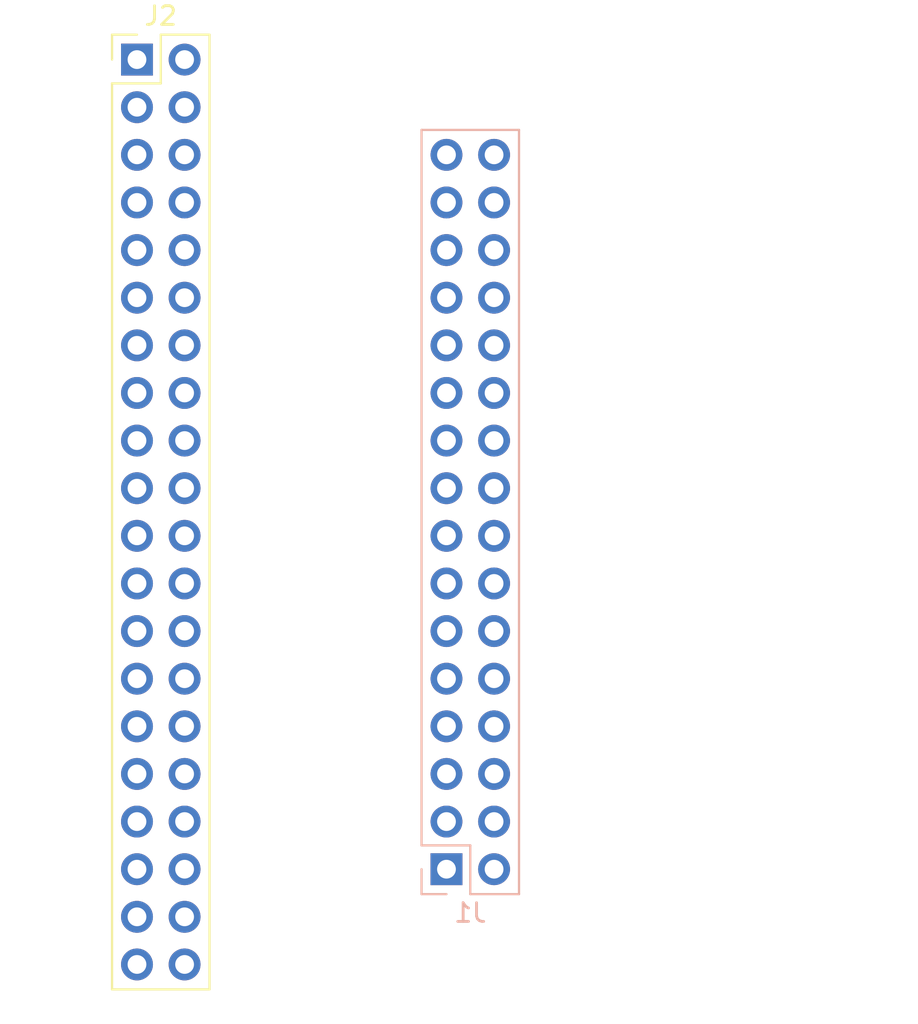
<source format=kicad_pcb>
(kicad_pcb (version 4) (host pcbnew 4.0.7)

  (general
    (links 30)
    (no_connects 30)
    (area 113.544999 103.375 172.482382 158.345)
    (thickness 1.6)
    (drawings 0)
    (tracks 0)
    (zones 0)
    (modules 2)
    (nets 43)
  )

  (page A4)
  (layers
    (0 F.Cu signal)
    (31 B.Cu signal)
    (32 B.Adhes user)
    (33 F.Adhes user)
    (34 B.Paste user)
    (35 F.Paste user)
    (36 B.SilkS user)
    (37 F.SilkS user)
    (38 B.Mask user)
    (39 F.Mask user)
    (40 Dwgs.User user)
    (41 Cmts.User user)
    (42 Eco1.User user)
    (43 Eco2.User user)
    (44 Edge.Cuts user)
    (45 Margin user)
    (46 B.CrtYd user)
    (47 F.CrtYd user)
    (48 B.Fab user)
    (49 F.Fab user)
  )

  (setup
    (last_trace_width 0.25)
    (trace_clearance 0.2)
    (zone_clearance 0.508)
    (zone_45_only no)
    (trace_min 0.2)
    (segment_width 0.2)
    (edge_width 0.15)
    (via_size 0.6)
    (via_drill 0.4)
    (via_min_size 0.4)
    (via_min_drill 0.3)
    (uvia_size 0.3)
    (uvia_drill 0.1)
    (uvias_allowed no)
    (uvia_min_size 0.2)
    (uvia_min_drill 0.1)
    (pcb_text_width 0.3)
    (pcb_text_size 1.5 1.5)
    (mod_edge_width 0.15)
    (mod_text_size 1 1)
    (mod_text_width 0.15)
    (pad_size 1.524 1.524)
    (pad_drill 0.762)
    (pad_to_mask_clearance 0.2)
    (aux_axis_origin 0 0)
    (visible_elements 7FFFFFFF)
    (pcbplotparams
      (layerselection 0x00030_80000001)
      (usegerberextensions false)
      (excludeedgelayer true)
      (linewidth 0.100000)
      (plotframeref false)
      (viasonmask false)
      (mode 1)
      (useauxorigin false)
      (hpglpennumber 1)
      (hpglpenspeed 20)
      (hpglpendiameter 15)
      (hpglpenoverlay 2)
      (psnegative false)
      (psa4output false)
      (plotreference true)
      (plotvalue true)
      (plotinvisibletext false)
      (padsonsilk false)
      (subtractmaskfromsilk false)
      (outputformat 1)
      (mirror false)
      (drillshape 1)
      (scaleselection 1)
      (outputdirectory ""))
  )

  (net 0 "")
  (net 1 GND)
  (net 2 /RST)
  (net 3 /D15)
  (net 4 /D14)
  (net 5 /D13)
  (net 6 /D12)
  (net 7 /D11)
  (net 8 /D10)
  (net 9 /D99)
  (net 10 /D8)
  (net 11 /D7)
  (net 12 /D6)
  (net 13 /D5)
  (net 14 /D4)
  (net 15 /D3)
  (net 16 /D2)
  (net 17 /D1)
  (net 18 /D0)
  (net 19 /RD)
  (net 20 /WR)
  (net 21 /RS)
  (net 22 /CS)
  (net 23 /T_SCK)
  (net 24 /T_CS)
  (net 25 /T_MOSI)
  (net 26 /T_MISO)
  (net 27 /T_IRQ)
  (net 28 /LED_A)
  (net 29 "Net-(J1-Pad29)")
  (net 30 +3V3)
  (net 31 /NC1)
  (net 32 /NC2)
  (net 33 /NC4)
  (net 34 /NC5)
  (net 35 /SD_CS)
  (net 36 /SD_DIN)
  (net 37 /F_CS)
  (net 38 /SD_CLK)
  (net 39 /SD_DO)
  (net 40 /NC18)
  (net 41 /D9)
  (net 42 /NC35)

  (net_class Default "This is the default net class."
    (clearance 0.2)
    (trace_width 0.25)
    (via_dia 0.6)
    (via_drill 0.4)
    (uvia_dia 0.3)
    (uvia_drill 0.1)
    (add_net +3V3)
    (add_net /CS)
    (add_net /D0)
    (add_net /D1)
    (add_net /D10)
    (add_net /D11)
    (add_net /D12)
    (add_net /D13)
    (add_net /D14)
    (add_net /D15)
    (add_net /D2)
    (add_net /D3)
    (add_net /D4)
    (add_net /D5)
    (add_net /D6)
    (add_net /D7)
    (add_net /D8)
    (add_net /D9)
    (add_net /D99)
    (add_net /F_CS)
    (add_net /LED_A)
    (add_net /NC1)
    (add_net /NC18)
    (add_net /NC2)
    (add_net /NC35)
    (add_net /NC4)
    (add_net /NC5)
    (add_net /RD)
    (add_net /RS)
    (add_net /RST)
    (add_net /SD_CLK)
    (add_net /SD_CS)
    (add_net /SD_DIN)
    (add_net /SD_DO)
    (add_net /T_CS)
    (add_net /T_IRQ)
    (add_net /T_MISO)
    (add_net /T_MOSI)
    (add_net /T_SCK)
    (add_net /WR)
    (add_net GND)
    (add_net "Net-(J1-Pad29)")
  )

  (module Pin_Headers:Pin_Header_Straight_2x16_Pitch2.54mm (layer B.Cu) (tedit 5C03BA7C) (tstamp 5C03BA73)
    (at 179.07 149.86)
    (descr "Through hole straight pin header, 2x16, 2.54mm pitch, double rows")
    (tags "Through hole pin header THT 2x16 2.54mm double row")
    (path /5C0394B6)
    (fp_text reference J1 (at 1.27 2.33) (layer B.SilkS)
      (effects (font (size 1 1) (thickness 0.15)) (justify mirror))
    )
    (fp_text value Conn_02x16_Odd_Even (at 16.5989 0.8636) (layer B.Fab)
      (effects (font (size 1 1) (thickness 0.15)) (justify mirror))
    )
    (fp_line (start 0 1.27) (end 3.81 1.27) (layer B.Fab) (width 0.1))
    (fp_line (start 3.81 1.27) (end 3.81 -39.37) (layer B.Fab) (width 0.1))
    (fp_line (start 3.81 -39.37) (end -1.27 -39.37) (layer B.Fab) (width 0.1))
    (fp_line (start -1.27 -39.37) (end -1.27 0) (layer B.Fab) (width 0.1))
    (fp_line (start -1.27 0) (end 0 1.27) (layer B.Fab) (width 0.1))
    (fp_line (start -1.33 -39.43) (end 3.87 -39.43) (layer B.SilkS) (width 0.12))
    (fp_line (start -1.33 -1.27) (end -1.33 -39.43) (layer B.SilkS) (width 0.12))
    (fp_line (start 3.87 1.33) (end 3.87 -39.43) (layer B.SilkS) (width 0.12))
    (fp_line (start -1.33 -1.27) (end 1.27 -1.27) (layer B.SilkS) (width 0.12))
    (fp_line (start 1.27 -1.27) (end 1.27 1.33) (layer B.SilkS) (width 0.12))
    (fp_line (start 1.27 1.33) (end 3.87 1.33) (layer B.SilkS) (width 0.12))
    (fp_line (start -1.33 0) (end -1.33 1.33) (layer B.SilkS) (width 0.12))
    (fp_line (start -1.33 1.33) (end 0 1.33) (layer B.SilkS) (width 0.12))
    (fp_line (start -1.8 1.8) (end -1.8 -39.9) (layer B.CrtYd) (width 0.05))
    (fp_line (start -1.8 -39.9) (end 4.35 -39.9) (layer B.CrtYd) (width 0.05))
    (fp_line (start 4.35 -39.9) (end 4.35 1.8) (layer B.CrtYd) (width 0.05))
    (fp_line (start 4.35 1.8) (end -1.8 1.8) (layer B.CrtYd) (width 0.05))
    (fp_text user %R (at 1.27 -19.05 270) (layer B.Fab)
      (effects (font (size 1 1) (thickness 0.15)) (justify mirror))
    )
    (pad 1 thru_hole rect (at 0 0) (size 1.7 1.7) (drill 1) (layers *.Cu *.Mask)
      (net 1 GND))
    (pad 2 thru_hole oval (at 2.54 0) (size 1.7 1.7) (drill 1) (layers *.Cu *.Mask)
      (net 2 /RST))
    (pad 3 thru_hole oval (at 0 -2.54) (size 1.7 1.7) (drill 1) (layers *.Cu *.Mask)
      (net 3 /D15))
    (pad 4 thru_hole oval (at 2.54 -2.54) (size 1.7 1.7) (drill 1) (layers *.Cu *.Mask)
      (net 4 /D14))
    (pad 5 thru_hole oval (at 0 -5.08) (size 1.7 1.7) (drill 1) (layers *.Cu *.Mask)
      (net 5 /D13))
    (pad 6 thru_hole oval (at 2.54 -5.08) (size 1.7 1.7) (drill 1) (layers *.Cu *.Mask)
      (net 6 /D12))
    (pad 7 thru_hole oval (at 0 -7.62) (size 1.7 1.7) (drill 1) (layers *.Cu *.Mask)
      (net 7 /D11))
    (pad 8 thru_hole oval (at 2.54 -7.62) (size 1.7 1.7) (drill 1) (layers *.Cu *.Mask)
      (net 8 /D10))
    (pad 9 thru_hole oval (at 0 -10.16) (size 1.7 1.7) (drill 1) (layers *.Cu *.Mask)
      (net 9 /D99))
    (pad 10 thru_hole oval (at 2.54 -10.16) (size 1.7 1.7) (drill 1) (layers *.Cu *.Mask)
      (net 10 /D8))
    (pad 11 thru_hole oval (at 0 -12.7) (size 1.7 1.7) (drill 1) (layers *.Cu *.Mask)
      (net 11 /D7))
    (pad 12 thru_hole oval (at 2.54 -12.7) (size 1.7 1.7) (drill 1) (layers *.Cu *.Mask)
      (net 12 /D6))
    (pad 13 thru_hole oval (at 0 -15.24) (size 1.7 1.7) (drill 1) (layers *.Cu *.Mask)
      (net 13 /D5))
    (pad 14 thru_hole oval (at 2.54 -15.24) (size 1.7 1.7) (drill 1) (layers *.Cu *.Mask)
      (net 14 /D4))
    (pad 15 thru_hole oval (at 0 -17.78) (size 1.7 1.7) (drill 1) (layers *.Cu *.Mask)
      (net 15 /D3))
    (pad 16 thru_hole oval (at 2.54 -17.78) (size 1.7 1.7) (drill 1) (layers *.Cu *.Mask)
      (net 16 /D2))
    (pad 17 thru_hole oval (at 0 -20.32) (size 1.7 1.7) (drill 1) (layers *.Cu *.Mask)
      (net 17 /D1))
    (pad 18 thru_hole oval (at 2.54 -20.32) (size 1.7 1.7) (drill 1) (layers *.Cu *.Mask)
      (net 18 /D0))
    (pad 19 thru_hole oval (at 0 -22.86) (size 1.7 1.7) (drill 1) (layers *.Cu *.Mask)
      (net 19 /RD))
    (pad 20 thru_hole oval (at 2.54 -22.86) (size 1.7 1.7) (drill 1) (layers *.Cu *.Mask)
      (net 20 /WR))
    (pad 21 thru_hole oval (at 0 -25.4) (size 1.7 1.7) (drill 1) (layers *.Cu *.Mask)
      (net 21 /RS))
    (pad 22 thru_hole oval (at 2.54 -25.4) (size 1.7 1.7) (drill 1) (layers *.Cu *.Mask)
      (net 22 /CS))
    (pad 23 thru_hole oval (at 0 -27.94) (size 1.7 1.7) (drill 1) (layers *.Cu *.Mask)
      (net 23 /T_SCK))
    (pad 24 thru_hole oval (at 2.54 -27.94) (size 1.7 1.7) (drill 1) (layers *.Cu *.Mask)
      (net 24 /T_CS))
    (pad 25 thru_hole oval (at 0 -30.48) (size 1.7 1.7) (drill 1) (layers *.Cu *.Mask)
      (net 25 /T_MOSI))
    (pad 26 thru_hole oval (at 2.54 -30.48) (size 1.7 1.7) (drill 1) (layers *.Cu *.Mask)
      (net 26 /T_MISO))
    (pad 27 thru_hole oval (at 0 -33.02) (size 1.7 1.7) (drill 1) (layers *.Cu *.Mask)
      (net 27 /T_IRQ))
    (pad 28 thru_hole oval (at 2.54 -33.02) (size 1.7 1.7) (drill 1) (layers *.Cu *.Mask)
      (net 28 /LED_A))
    (pad 29 thru_hole oval (at 0 -35.56) (size 1.7 1.7) (drill 1) (layers *.Cu *.Mask)
      (net 29 "Net-(J1-Pad29)"))
    (pad 30 thru_hole oval (at 2.54 -35.56) (size 1.7 1.7) (drill 1) (layers *.Cu *.Mask)
      (net 1 GND))
    (pad 31 thru_hole oval (at 0 -38.1) (size 1.7 1.7) (drill 1) (layers *.Cu *.Mask)
      (net 30 +3V3))
    (pad 32 thru_hole oval (at 2.54 -38.1) (size 1.7 1.7) (drill 1) (layers *.Cu *.Mask)
      (net 1 GND))
    (model ${KISYS3DMOD}/Pin_Headers.3dshapes/Pin_Header_Straight_2x16_Pitch2.54mm.wrl
      (at (xyz 0 0 0))
      (scale (xyz 1 1 1))
      (rotate (xyz 0 0 0))
    )
  )

  (module Pin_Headers:Pin_Header_Straight_2x20_Pitch2.54mm (layer F.Cu) (tedit 59650533) (tstamp 5C03BAB1)
    (at 162.56 106.68)
    (descr "Through hole straight pin header, 2x20, 2.54mm pitch, double rows")
    (tags "Through hole pin header THT 2x20 2.54mm double row")
    (path /5C0395D3)
    (fp_text reference J2 (at 1.27 -2.33) (layer F.SilkS)
      (effects (font (size 1 1) (thickness 0.15)))
    )
    (fp_text value Conn_02x20_Odd_Even (at 1.27 50.59) (layer F.Fab)
      (effects (font (size 1 1) (thickness 0.15)))
    )
    (fp_line (start 0 -1.27) (end 3.81 -1.27) (layer F.Fab) (width 0.1))
    (fp_line (start 3.81 -1.27) (end 3.81 49.53) (layer F.Fab) (width 0.1))
    (fp_line (start 3.81 49.53) (end -1.27 49.53) (layer F.Fab) (width 0.1))
    (fp_line (start -1.27 49.53) (end -1.27 0) (layer F.Fab) (width 0.1))
    (fp_line (start -1.27 0) (end 0 -1.27) (layer F.Fab) (width 0.1))
    (fp_line (start -1.33 49.59) (end 3.87 49.59) (layer F.SilkS) (width 0.12))
    (fp_line (start -1.33 1.27) (end -1.33 49.59) (layer F.SilkS) (width 0.12))
    (fp_line (start 3.87 -1.33) (end 3.87 49.59) (layer F.SilkS) (width 0.12))
    (fp_line (start -1.33 1.27) (end 1.27 1.27) (layer F.SilkS) (width 0.12))
    (fp_line (start 1.27 1.27) (end 1.27 -1.33) (layer F.SilkS) (width 0.12))
    (fp_line (start 1.27 -1.33) (end 3.87 -1.33) (layer F.SilkS) (width 0.12))
    (fp_line (start -1.33 0) (end -1.33 -1.33) (layer F.SilkS) (width 0.12))
    (fp_line (start -1.33 -1.33) (end 0 -1.33) (layer F.SilkS) (width 0.12))
    (fp_line (start -1.8 -1.8) (end -1.8 50.05) (layer F.CrtYd) (width 0.05))
    (fp_line (start -1.8 50.05) (end 4.35 50.05) (layer F.CrtYd) (width 0.05))
    (fp_line (start 4.35 50.05) (end 4.35 -1.8) (layer F.CrtYd) (width 0.05))
    (fp_line (start 4.35 -1.8) (end -1.8 -1.8) (layer F.CrtYd) (width 0.05))
    (fp_text user %R (at 1.27 24.13 90) (layer F.Fab)
      (effects (font (size 1 1) (thickness 0.15)))
    )
    (pad 1 thru_hole rect (at 0 0) (size 1.7 1.7) (drill 1) (layers *.Cu *.Mask)
      (net 31 /NC1))
    (pad 2 thru_hole oval (at 2.54 0) (size 1.7 1.7) (drill 1) (layers *.Cu *.Mask)
      (net 32 /NC2))
    (pad 3 thru_hole oval (at 0 2.54) (size 1.7 1.7) (drill 1) (layers *.Cu *.Mask)
      (net 28 /LED_A))
    (pad 4 thru_hole oval (at 2.54 2.54) (size 1.7 1.7) (drill 1) (layers *.Cu *.Mask)
      (net 33 /NC4))
    (pad 5 thru_hole oval (at 0 5.08) (size 1.7 1.7) (drill 1) (layers *.Cu *.Mask)
      (net 34 /NC5))
    (pad 6 thru_hole oval (at 2.54 5.08) (size 1.7 1.7) (drill 1) (layers *.Cu *.Mask)
      (net 35 /SD_CS))
    (pad 7 thru_hole oval (at 0 7.62) (size 1.7 1.7) (drill 1) (layers *.Cu *.Mask)
      (net 2 /RST))
    (pad 8 thru_hole oval (at 2.54 7.62) (size 1.7 1.7) (drill 1) (layers *.Cu *.Mask)
      (net 36 /SD_DIN))
    (pad 9 thru_hole oval (at 0 10.16) (size 1.7 1.7) (drill 1) (layers *.Cu *.Mask)
      (net 37 /F_CS))
    (pad 10 thru_hole oval (at 2.54 10.16) (size 1.7 1.7) (drill 1) (layers *.Cu *.Mask)
      (net 38 /SD_CLK))
    (pad 11 thru_hole oval (at 0 12.7) (size 1.7 1.7) (drill 1) (layers *.Cu *.Mask)
      (net 22 /CS))
    (pad 12 thru_hole oval (at 2.54 12.7) (size 1.7 1.7) (drill 1) (layers *.Cu *.Mask)
      (net 39 /SD_DO))
    (pad 13 thru_hole oval (at 0 15.24) (size 1.7 1.7) (drill 1) (layers *.Cu *.Mask)
      (net 3 /D15))
    (pad 14 thru_hole oval (at 2.54 15.24) (size 1.7 1.7) (drill 1) (layers *.Cu *.Mask)
      (net 27 /T_IRQ))
    (pad 15 thru_hole oval (at 0 17.78) (size 1.7 1.7) (drill 1) (layers *.Cu *.Mask)
      (net 4 /D14))
    (pad 16 thru_hole oval (at 2.54 17.78) (size 1.7 1.7) (drill 1) (layers *.Cu *.Mask)
      (net 26 /T_MISO))
    (pad 17 thru_hole oval (at 0 20.32) (size 1.7 1.7) (drill 1) (layers *.Cu *.Mask)
      (net 5 /D13))
    (pad 18 thru_hole oval (at 2.54 20.32) (size 1.7 1.7) (drill 1) (layers *.Cu *.Mask)
      (net 40 /NC18))
    (pad 19 thru_hole oval (at 0 22.86) (size 1.7 1.7) (drill 1) (layers *.Cu *.Mask)
      (net 6 /D12))
    (pad 20 thru_hole oval (at 2.54 22.86) (size 1.7 1.7) (drill 1) (layers *.Cu *.Mask)
      (net 25 /T_MOSI))
    (pad 21 thru_hole oval (at 0 25.4) (size 1.7 1.7) (drill 1) (layers *.Cu *.Mask)
      (net 7 /D11))
    (pad 22 thru_hole oval (at 2.54 25.4) (size 1.7 1.7) (drill 1) (layers *.Cu *.Mask)
      (net 24 /T_CS))
    (pad 23 thru_hole oval (at 0 27.94) (size 1.7 1.7) (drill 1) (layers *.Cu *.Mask)
      (net 8 /D10))
    (pad 24 thru_hole oval (at 2.54 27.94) (size 1.7 1.7) (drill 1) (layers *.Cu *.Mask)
      (net 23 /T_SCK))
    (pad 25 thru_hole oval (at 0 30.48) (size 1.7 1.7) (drill 1) (layers *.Cu *.Mask)
      (net 41 /D9))
    (pad 26 thru_hole oval (at 2.54 30.48) (size 1.7 1.7) (drill 1) (layers *.Cu *.Mask)
      (net 11 /D7))
    (pad 27 thru_hole oval (at 0 33.02) (size 1.7 1.7) (drill 1) (layers *.Cu *.Mask)
      (net 10 /D8))
    (pad 28 thru_hole oval (at 2.54 33.02) (size 1.7 1.7) (drill 1) (layers *.Cu *.Mask)
      (net 12 /D6))
    (pad 29 thru_hole oval (at 0 35.56) (size 1.7 1.7) (drill 1) (layers *.Cu *.Mask)
      (net 19 /RD))
    (pad 30 thru_hole oval (at 2.54 35.56) (size 1.7 1.7) (drill 1) (layers *.Cu *.Mask)
      (net 13 /D5))
    (pad 31 thru_hole oval (at 0 38.1) (size 1.7 1.7) (drill 1) (layers *.Cu *.Mask)
      (net 20 /WR))
    (pad 32 thru_hole oval (at 2.54 38.1) (size 1.7 1.7) (drill 1) (layers *.Cu *.Mask)
      (net 14 /D4))
    (pad 33 thru_hole oval (at 0 40.64) (size 1.7 1.7) (drill 1) (layers *.Cu *.Mask)
      (net 21 /RS))
    (pad 34 thru_hole oval (at 2.54 40.64) (size 1.7 1.7) (drill 1) (layers *.Cu *.Mask)
      (net 15 /D3))
    (pad 35 thru_hole oval (at 0 43.18) (size 1.7 1.7) (drill 1) (layers *.Cu *.Mask)
      (net 42 /NC35))
    (pad 36 thru_hole oval (at 2.54 43.18) (size 1.7 1.7) (drill 1) (layers *.Cu *.Mask)
      (net 16 /D2))
    (pad 37 thru_hole oval (at 0 45.72) (size 1.7 1.7) (drill 1) (layers *.Cu *.Mask)
      (net 30 +3V3))
    (pad 38 thru_hole oval (at 2.54 45.72) (size 1.7 1.7) (drill 1) (layers *.Cu *.Mask)
      (net 17 /D1))
    (pad 39 thru_hole oval (at 0 48.26) (size 1.7 1.7) (drill 1) (layers *.Cu *.Mask)
      (net 1 GND))
    (pad 40 thru_hole oval (at 2.54 48.26) (size 1.7 1.7) (drill 1) (layers *.Cu *.Mask)
      (net 18 /D0))
    (model ${KISYS3DMOD}/Pin_Headers.3dshapes/Pin_Header_Straight_2x20_Pitch2.54mm.wrl
      (at (xyz 0 0 0))
      (scale (xyz 1 1 1))
      (rotate (xyz 0 0 0))
    )
  )

)

</source>
